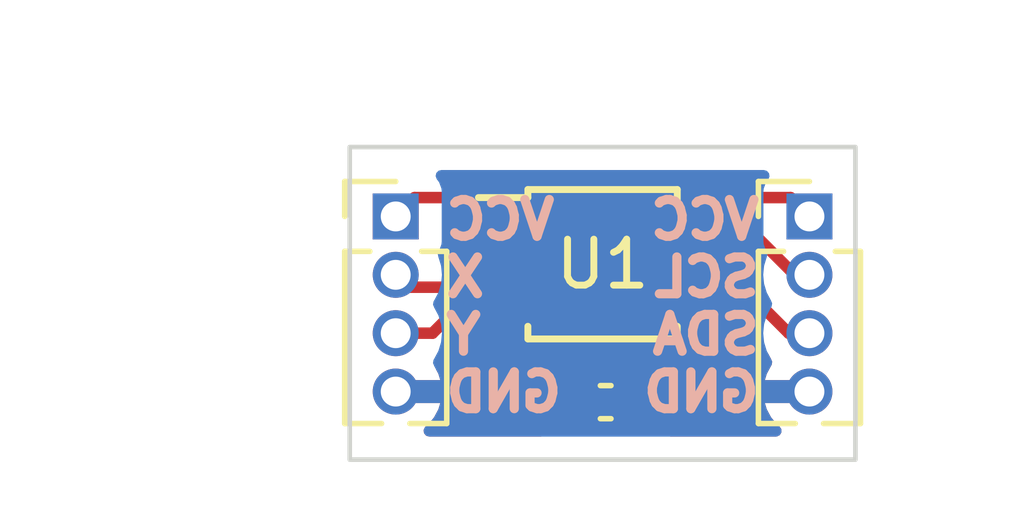
<source format=kicad_pcb>
(kicad_pcb (version 20221018) (generator pcbnew)
  (layers (0 "F.Cu" signal) (31 "B.Cu" signal) (34 "B.Paste" user) (35 "F.Paste" user) (36 "B.SilkS" user "B.Silkscreen") (37 "F.SilkS" user "F.Silkscreen") (38 "B.Mask" user) (39 "F.Mask" user) (44 "Edge.Cuts" user))
  (net 0 "")
  (net 1 "+3V3")
  (net 2 "/SCL")
  (net 3 "/SDA")
  (net 4 "GND")
  (net 5 "/AX")
  (net 6 "/AY")
  (footprint "Connector_PinHeader_1.27mm:PinHeader_1x04_P1.27mm_Vertical" (layer "F.Cu") (at 184.5 73.46)
    (fp_text reference "J1" hide)
    (fp_text value "Conn_01x04")
    (fp_line (start -1.11 -0.76) (end 0 -0.76) (stroke (width 0.12)) (layer "F.SilkS"))
    (fp_line (start -1.11 0) (end -1.11 -0.76) (stroke (width 0.12)) (layer "F.SilkS"))
    (fp_line (start -1.11 0.76) (end -1.11 4.505) (stroke (width 0.12)) (layer "F.SilkS"))
    (fp_line (start -1.11 0.76) (end -0.563471 0.76) (stroke (width 0.12)) (layer "F.SilkS"))
    (fp_line (start -1.11 4.505) (end -0.30753 4.505) (stroke (width 0.12)) (layer "F.SilkS"))
    (fp_line (start 0.30753 4.505) (end 1.11 4.505) (stroke (width 0.12)) (layer "F.SilkS"))
    (fp_line (start 0.563471 0.76) (end 1.11 0.76) (stroke (width 0.12)) (layer "F.SilkS"))
    (fp_line (start 1.11 0.76) (end 1.11 4.505) (stroke (width 0.12)) (layer "F.SilkS"))
    (pad "1" thru_hole rect (at 0 0) (size 1 1) (drill 0.65) (layers "*.Cu" "*.Mask") (net 1 "+3V3"))
    (pad "2" thru_hole oval (at 0 1.27) (size 1 1) (drill 0.65) (layers "*.Cu" "*.Mask") (net 2 "/SCL"))
    (pad "3" thru_hole oval (at 0 2.54) (size 1 1) (drill 0.65) (layers "*.Cu" "*.Mask") (net 3 "/SDA"))
    (pad "4" thru_hole oval (at 0 3.81) (size 1 1) (drill 0.65) (layers "*.Cu" "*.Mask") (net 4 "GND"))
  )
  (footprint "Package_SO:TSSOP-10_3x3mm_P0.5mm" (layer "F.Cu") (at 180 74.5)
    (fp_text reference "U1" (at 0 0) (layer "F.SilkS"))
    (fp_text value "ADS1115IDGS")
    (fp_line (start -1.625 -1.625) (end -1.625 -1.45) (stroke (width 0.15)) (layer "F.SilkS"))
    (fp_line (start -1.625 -1.625) (end 1.625 -1.625) (stroke (width 0.15)) (layer "F.SilkS"))
    (fp_line (start -1.625 -1.45) (end -2.7 -1.45) (stroke (width 0.15)) (layer "F.SilkS"))
    (fp_line (start -1.625 1.625) (end -1.625 1.35) (stroke (width 0.15)) (layer "F.SilkS"))
    (fp_line (start -1.625 1.625) (end 1.625 1.625) (stroke (width 0.15)) (layer "F.SilkS"))
    (fp_line (start 1.625 -1.625) (end 1.625 -1.35) (stroke (width 0.15)) (layer "F.SilkS"))
    (fp_line (start 1.625 1.625) (end 1.625 1.35) (stroke (width 0.15)) (layer "F.SilkS"))
    (pad "1" smd rect (at -2.15 -1) (size 1.1 0.25) (layers "F.Cu" "F.Paste" "F.Mask") (net 4 "GND"))
    (pad "2" smd rect (at -2.15 -0.5) (size 1.1 0.25) (layers "F.Cu" "F.Paste" "F.Mask"))
    (pad "3" smd rect (at -2.15 0) (size 1.1 0.25) (layers "F.Cu" "F.Paste" "F.Mask") (net 4 "GND"))
    (pad "4" smd rect (at -2.15 0.5) (size 1.1 0.25) (layers "F.Cu" "F.Paste" "F.Mask") (net 5 "/AX"))
    (pad "5" smd rect (at -2.15 1) (size 1.1 0.25) (layers "F.Cu" "F.Paste" "F.Mask") (net 6 "/AY"))
    (pad "6" smd rect (at 2.15 1) (size 1.1 0.25) (layers "F.Cu" "F.Paste" "F.Mask"))
    (pad "7" smd rect (at 2.15 0.5) (size 1.1 0.25) (layers "F.Cu" "F.Paste" "F.Mask"))
    (pad "8" smd rect (at 2.15 0) (size 1.1 0.25) (layers "F.Cu" "F.Paste" "F.Mask") (net 1 "+3V3"))
    (pad "9" smd rect (at 2.15 -0.5) (size 1.1 0.25) (layers "F.Cu" "F.Paste" "F.Mask") (net 3 "/SDA"))
    (pad "10" smd rect (at 2.15 -1) (size 1.1 0.25) (layers "F.Cu" "F.Paste" "F.Mask") (net 2 "/SCL"))
  )
  (footprint "Capacitor_SMD:C_0402_1005Metric_Pad0.74x0.62mm_HandSolder" (layer "F.Cu") (at 180.0675 77.5 180)
    (fp_text reference "C1" hide)
    (fp_text value "0.1uf")
    (fp_line (start -0.115835 -0.36) (end 0.115835 -0.36) (stroke (width 0.12)) (layer "F.SilkS"))
    (fp_line (start -0.115835 0.36) (end 0.115835 0.36) (stroke (width 0.12)) (layer "F.SilkS"))
    (pad "1" smd roundrect (at -0.5675 0 180) (size 0.735 0.62) (layers "F.Cu" "F.Paste" "F.Mask") (net 1 "+3V3"))
    (pad "2" smd roundrect (at 0.5675 0 180) (size 0.735 0.62) (layers "F.Cu" "F.Paste" "F.Mask") (net 4 "GND"))
  )
  (footprint "Connector_PinHeader_1.27mm:PinHeader_1x04_P1.27mm_Vertical" (layer "F.Cu") (at 175.5 73.46)
    (fp_text reference "J2" hide)
    (fp_text value "Conn_01x04")
    (fp_line (start -1.11 -0.76) (end 0 -0.76) (stroke (width 0.12)) (layer "F.SilkS"))
    (fp_line (start -1.11 0) (end -1.11 -0.76) (stroke (width 0.12)) (layer "F.SilkS"))
    (fp_line (start -1.11 0.76) (end -1.11 4.505) (stroke (width 0.12)) (layer "F.SilkS"))
    (fp_line (start -1.11 0.76) (end -0.563471 0.76) (stroke (width 0.12)) (layer "F.SilkS"))
    (fp_line (start -1.11 4.505) (end -0.30753 4.505) (stroke (width 0.12)) (layer "F.SilkS"))
    (fp_line (start 0.30753 4.505) (end 1.11 4.505) (stroke (width 0.12)) (layer "F.SilkS"))
    (fp_line (start 0.563471 0.76) (end 1.11 0.76) (stroke (width 0.12)) (layer "F.SilkS"))
    (fp_line (start 1.11 0.76) (end 1.11 4.505) (stroke (width 0.12)) (layer "F.SilkS"))
    (pad "1" thru_hole rect (at 0 0) (size 1 1) (drill 0.65) (layers "*.Cu" "*.Mask") (net 1 "+3V3"))
    (pad "2" thru_hole oval (at 0 1.27) (size 1 1) (drill 0.65) (layers "*.Cu" "*.Mask") (net 5 "/AX"))
    (pad "3" thru_hole oval (at 0 2.54) (size 1 1) (drill 0.65) (layers "*.Cu" "*.Mask") (net 6 "/AY"))
    (pad "4" thru_hole oval (at 0 3.81) (size 1 1) (drill 0.65) (layers "*.Cu" "*.Mask") (net 4 "GND"))
  )
  (gr_rect (start 174.5 71.95) (end 185.5 78.75) (stroke (width 0.1)) (fill none) (layer "Edge.Cuts"))
  (gr_text "Y" (at 176.5 76.5) (layer "B.SilkS") (effects (font (size 0.8 0.8) (thickness 0.2) bold) (justify right bottom mirror)))
  (gr_text "VCC" (at 176.5 74) (layer "B.SilkS") (effects (font (size 0.8 0.8) (thickness 0.2) bold) (justify right bottom mirror)))
  (gr_text "SCL" (at 183.5 75.25) (layer "B.SilkS") (effects (font (size 0.8 0.8) (thickness 0.2) bold) (justify left bottom mirror)))
  (gr_text "GND" (at 176.5 77.75) (layer "B.SilkS") (effects (font (size 0.8 0.8) (thickness 0.2) bold) (justify right bottom mirror)))
  (gr_text "VCC" (at 183.5 74) (layer "B.SilkS") (effects (font (size 0.8 0.8) (thickness 0.2) bold) (justify left bottom mirror)))
  (gr_text "SDA" (at 183.5 76.5) (layer "B.SilkS") (effects (font (size 0.8 0.8) (thickness 0.2) bold) (justify left bottom mirror)))
  (gr_text "X" (at 176.5 75.25) (layer "B.SilkS") (effects (font (size 0.8 0.8) (thickness 0.2) bold) (justify right bottom mirror)))
  (gr_text "GND" (at 183.5 77.75) (layer "B.SilkS") (effects (font (size 0.8 0.8) (thickness 0.2) bold) (justify left bottom mirror)))
  (segment (start 184.09 73.05) (end 181.2 73.05) (width 0.25) (layer "F.Cu") (net 1))
  (segment (start 180.635 75.38038) (end 180.635 73.615) (width 0.25) (layer "F.Cu") (net 1))
  (segment (start 184.5 73.46) (end 184.09 73.05) (width 0.25) (layer "F.Cu") (net 1))
  (segment (start 181.51538 74.5) (end 182.15 74.5) (width 0.25) (layer "F.Cu") (net 1))
  (segment (start 181.2 73.05) (end 175.91 73.05) (width 0.25) (layer "F.Cu") (net 1))
  (segment (start 180.635 73.615) (end 181.2 73.05) (width 0.25) (layer "F.Cu") (net 1))
  (segment (start 180.635 75.38038) (end 181.51538 74.5) (width 0.25) (layer "F.Cu") (net 1))
  (segment (start 180.635 77.5) (end 180.635 75.38038) (width 0.25) (layer "F.Cu") (net 1))
  (segment (start 175.91 73.05) (end 175.5 73.46) (width 0.25) (layer "F.Cu") (net 1))
  (segment (start 182.95 73.5) (end 182.15 73.5) (width 0.25) (layer "F.Cu") (net 2))
  (segment (start 184.18 74.73) (end 182.95 73.5) (width 0.25) (layer "F.Cu") (net 2))
  (segment (start 184.5 74.73) (end 184.18 74.73) (width 0.25) (layer "F.Cu") (net 2))
  (segment (start 184.05 76) (end 184.5 76) (width 0.25) (layer "F.Cu") (net 3))
  (segment (start 182.15 74) (end 182.78462 74) (width 0.25) (layer "F.Cu") (net 3))
  (segment (start 183.25 75.2) (end 184.05 76) (width 0.25) (layer "F.Cu") (net 3))
  (segment (start 182.78462 74) (end 183.25 74.46538) (width 0.25) (layer "F.Cu") (net 3))
  (segment (start 183.25 74.46538) (end 183.25 75.2) (width 0.25) (layer "F.Cu") (net 3))
  (segment (start 178.75 74.5) (end 179.5 75.25) (width 0.25) (layer "F.Cu") (net 4))
  (segment (start 177.85 74.5) (end 178.75 74.5) (width 0.25) (layer "F.Cu") (net 4))
  (segment (start 177.85 73.5) (end 178.55 73.5) (width 0.25) (layer "F.Cu") (net 4))
  (segment (start 178.55 73.5) (end 179.5 74.45) (width 0.25) (layer "F.Cu") (net 4))
  (segment (start 179.5 75.25) (end 179.5 77.5) (width 0.25) (layer "F.Cu") (net 4))
  (segment (start 179.5 74.45) (end 179.5 75.25) (width 0.25) (layer "F.Cu") (net 4))
  (segment (start 175.77 75) (end 177.85 75) (width 0.25) (layer "F.Cu") (net 5))
  (segment (start 175.5 74.73) (end 175.77 75) (width 0.25) (layer "F.Cu") (net 5))
  (segment (start 176.8 75.5) (end 176.3 76) (width 0.25) (layer "F.Cu") (net 6))
  (segment (start 177.85 75.5) (end 176.8 75.5) (width 0.25) (layer "F.Cu") (net 6))
  (segment (start 176.3 76) (end 175.5 76) (width 0.25) (layer "F.Cu") (net 6))
  (zone (net 4) (net_name "GND") (layers "F&B.Cu") (connect_pads (clearance 0.5)) (min_thickness 0.25) (fill yes (thermal_gap 0.5) (thermal_bridge_width 0.5))
    (polygon (pts (xy 174.7 72.45) (xy 185.3 72.45) (xy 185.3 78.25) (xy 174.7 78.25)))
  )
)
</source>
